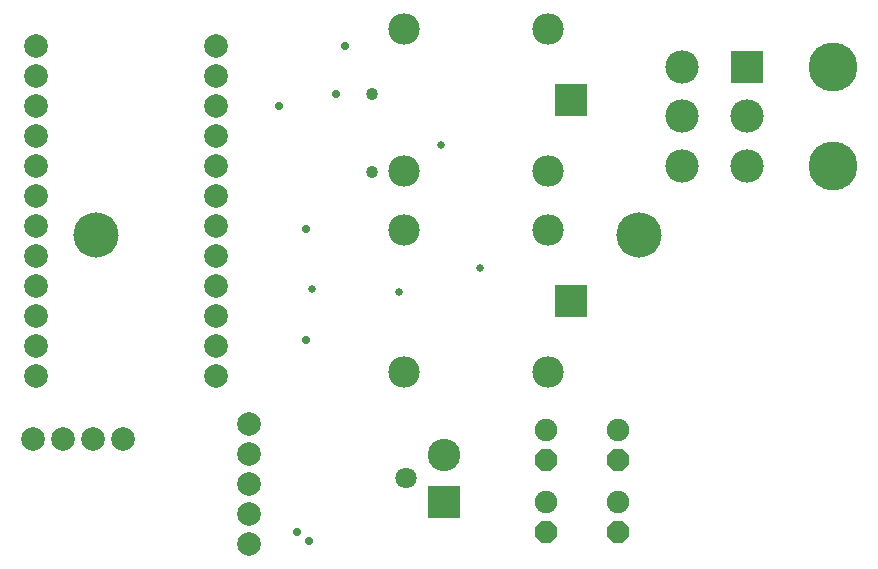
<source format=gbr>
G04 EAGLE Gerber RS-274X export*
G75*
%MOMM*%
%FSLAX34Y34*%
%LPD*%
%INSoldermask Bottom*%
%IPPOS*%
%AMOC8*
5,1,8,0,0,1.08239X$1,22.5*%
G01*
%ADD10C,3.827000*%
%ADD11P,2.061953X8X292.500000*%
%ADD12C,1.905000*%
%ADD13R,2.832100X2.832100*%
%ADD14C,2.832100*%
%ADD15C,4.140200*%
%ADD16C,1.807000*%
%ADD17R,2.752000X2.752000*%
%ADD18C,2.752000*%
%ADD19C,2.006600*%
%ADD20R,2.667000X2.667000*%
%ADD21C,2.667000*%
%ADD22C,0.681000*%
%ADD23C,0.731000*%
%ADD24C,1.027000*%


D10*
X195580Y294640D03*
X655320Y294640D03*
D11*
X576580Y43180D03*
D12*
X576580Y68580D03*
D11*
X637540Y43180D03*
D12*
X637540Y68580D03*
D11*
X576580Y104140D03*
D12*
X576580Y129540D03*
D11*
X637540Y104140D03*
D12*
X637540Y129540D03*
D13*
X746760Y436880D03*
D14*
X746760Y394970D03*
X746760Y352806D03*
X691642Y436880D03*
X691642Y394970D03*
X691642Y352806D03*
D15*
X819658Y436880D03*
X819658Y352806D03*
D16*
X458420Y88380D03*
X458420Y88380D03*
D17*
X490220Y68580D03*
D18*
X490220Y108180D03*
D19*
X325120Y134620D03*
X325120Y109220D03*
X325120Y83820D03*
X325120Y58420D03*
X325120Y33020D03*
X142240Y121920D03*
X167640Y121920D03*
X193040Y121920D03*
X218440Y121920D03*
X144780Y454660D03*
X144780Y429260D03*
X144780Y403860D03*
X144780Y378460D03*
X144780Y353060D03*
X144780Y327660D03*
X144780Y302260D03*
X144780Y276860D03*
X144780Y251460D03*
X144780Y226060D03*
X144780Y200660D03*
X144780Y175260D03*
X297180Y175260D03*
X297180Y200660D03*
X297180Y226060D03*
X297180Y251460D03*
X297180Y276860D03*
X297180Y302260D03*
X297180Y327660D03*
X297180Y353060D03*
X297180Y378460D03*
X297180Y403860D03*
X297180Y429260D03*
X297180Y454660D03*
D20*
X598280Y408890D03*
D21*
X578280Y468890D03*
X456280Y468890D03*
X456280Y348890D03*
X578280Y348890D03*
D20*
X598280Y238710D03*
D21*
X578280Y298710D03*
X456280Y298710D03*
X456280Y178710D03*
X578280Y178710D03*
D22*
X520700Y266700D03*
X452120Y246380D03*
X378460Y248920D03*
D23*
X350520Y403860D03*
X375920Y35560D03*
X373380Y299720D03*
X373380Y205740D03*
D22*
X487680Y370840D03*
D24*
X429260Y414020D03*
X429260Y347980D03*
D23*
X365760Y43180D03*
X406400Y454660D03*
X398780Y414020D03*
M02*

</source>
